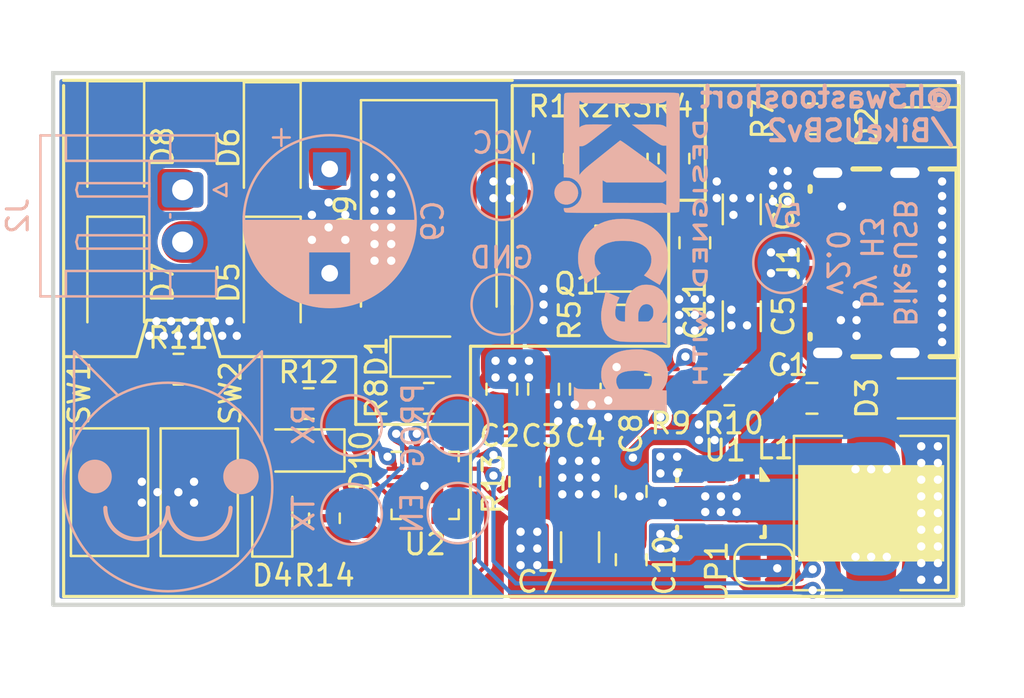
<source format=kicad_pcb>
(kicad_pcb (version 20221018) (generator pcbnew)
  (layers (0 "F.Cu" signal) (31 "B.Cu" signal) (34 "B.Paste" user) (35 "F.Paste" user) (36 "B.SilkS" user "B.Silkscreen") (37 "F.SilkS" user "F.Silkscreen") (38 "B.Mask" user) (39 "F.Mask" user) (44 "Edge.Cuts" user))
  (net 0 "")
  (net 1 "Net-(U1-VINA)")
  (net 2 "GND")
  (net 3 "VCC")
  (net 4 "+5V")
  (net 5 "Net-(D1-A)")
  (net 6 "Net-(D2-A)")
  (net 7 "Net-(D3-A)")
  (net 8 "/AC1")
  (net 9 "/AC2")
  (net 10 "Net-(J1-CC1)")
  (net 11 "Net-(J1-CC2)")
  (net 12 "Net-(JP1-B)")
  (net 13 "Net-(L1-Pad1)")
  (net 14 "Net-(L1-Pad2)")
  (net 15 "Net-(U1-FB)")
  (net 16 "/ AC_LV")
  (net 17 "Net-(U2-PB1)")
  (net 18 "Net-(U2-PB4)")
  (net 19 "Net-(U2-~{RESET}{slash}PA0)")
  (net 20 "Net-(U2-PA1)")
  (net 21 "Net-(U2-PA2)")
  (net 22 "/EN")
  (net 23 "/PG")
  (net 28 "/S1")
  (net 29 "/S2")
  (net 32 "/CCR")
  (net 34 "Net-(Q1-B)")
  (net 35 "Net-(Q1-C)")
  (net 36 "Net-(D4-A)")
  (footprint "LED_SMD:LED_0805_2012Metric_Pad1.15x1.40mm_HandSolder" (layer "F.Cu") (at 151.475 98 180)
    (fp_text reference "D3")
    (fp_text value "XL-2012UBC")
  )
  (footprint "LED_SMD:LED_0805_2012Metric_Pad1.15x1.40mm_HandSolder" (layer "F.Cu") (at 128.025 96)
    (fp_text reference "D1")
    (fp_text value "XL-2012UOC")
  )
  (footprint "Resistor_SMD:R_0805_2012Metric_Pad1.20x1.40mm_HandSolder" (layer "F.Cu") (at 139.75 86.5 -90)
    (fp_text reference "R4")
    (fp_text value "47k")
  )
  (footprint "Package_DFN_QFN:VQFN-20-1EP_3x3mm_P0.4mm_EP1.7x1.7mm" (layer "F.Cu") (at 127.825 102.175)
    (fp_text reference "U2")
    (fp_text value "ATtiny1616-M")
  )
  (footprint "Capacitor_SMD:C_0805_2012Metric_Pad1.18x1.45mm_HandSolder" (layer "F.Cu") (at 146.3625 98)
    (fp_text reference "C1")
    (fp_text value "100n")
  )
  (footprint "Button_Switch_SMD:SW_SPST_CK_RS282G05A3" (layer "F.Cu") (at 117 102.5 90)
    (fp_text reference "SW2")
    (fp_text value "1TS002E-2500-2501-CT")
  )
  (footprint "Capacitor_SMD:C_0805_2012Metric_Pad1.18x1.45mm_HandSolder" (layer "F.Cu") (at 133.5 97.5625 -90)
    (fp_text reference "C3")
    (fp_text value "4u7")
  )
  (footprint "Resistor_SMD:R_0805_2012Metric_Pad1.20x1.40mm_HandSolder" (layer "F.Cu") (at 116 96.6 180)
    (fp_text reference "R11")
    (fp_text value "47k")
  )
  (footprint "easyeda2kicad:TYPE-C-SMD_TYPE-C-31-M-16" (layer "F.Cu") (at 148.7075 91.5 90)
    (fp_text reference "J1")
    (fp_text value "TYPE-C-31-M-16")
  )
  (footprint "LED_SMD:LED_0805_2012Metric_Pad1.15x1.40mm_HandSolder" (layer "F.Cu") (at 120.5 103.725 90)
    (fp_text reference "D4")
    (fp_text value "XL-2012SURC")
  )
  (footprint "Resistor_SMD:R_0805_2012Metric_Pad1.20x1.40mm_HandSolder" (layer "F.Cu") (at 133.75 86.5 -90)
    (fp_text reference "R1")
    (fp_text value "47k")
  )
  (footprint "LED_SMD:LED_0805_2012Metric_Pad1.15x1.40mm_HandSolder" (layer "F.Cu") (at 151.475 85 180)
    (fp_text reference "D2")
    (fp_text value "XL-2012UGC")
  )
  (footprint "Resistor_SMD:R_0805_2012Metric_Pad1.20x1.40mm_HandSolder" (layer "F.Cu") (at 137.75 86.5 -90)
    (fp_text reference "R3")
    (fp_text value "47k")
  )
  (footprint "Diode_SMD:D_SOD-128" (layer "F.Cu") (at 120.5 92.45 -90)
    (fp_text reference "D5")
    (fp_text value "CMS04(TE12L,Q,M)")
  )
  (footprint "Capacitor_SMD:C_0805_2012Metric_Pad1.18x1.45mm_HandSolder" (layer "F.Cu") (at 137.7 102.4625 -90)
    (fp_text reference "C8")
    (fp_text value "100n")
  )
  (footprint "Inductor_SMD:L_7.3x7.3_H4.5" (layer "F.Cu") (at 149.2 103.5 90)
    (fp_text reference "L1")
    (fp_text value "YPRH0704-1R0M")
  )
  (footprint "Resistor_SMD:R_0805_2012Metric_Pad1.20x1.40mm_HandSolder" (layer "F.Cu") (at 135.75 86.5 -90)
    (fp_text reference "R2")
    (fp_text value "47k")
  )
  (footprint "Capacitor_SMD:C_0805_2012Metric_Pad1.18x1.45mm_HandSolder" (layer "F.Cu") (at 137.7 105.7375 90)
    (fp_text reference "C10")
    (fp_text value "100n")
  )
  (footprint "Diode_SMD:D_PowerDI-123" (layer "F.Cu") (at 121.65 100.5 180)
    (fp_text reference "D10")
    (fp_text value "~")
  )
  (footprint "Capacitor_SMD:C_1206_3216Metric_Pad1.33x1.80mm_HandSolder" (layer "F.Cu") (at 135.25 105.1375 90)
    (fp_text reference "C7")
    (fp_text value "22u")
  )
  (footprint "Diode_SMD:D_SOD-128" (layer "F.Cu") (at 113 92.45 -90)
    (fp_text reference "D7")
    (fp_text value "CMS04(TE12L,Q,M)")
  )
  (footprint "Capacitor_SMD:C_0805_2012Metric_Pad1.18x1.45mm_HandSolder" (layer "F.Cu") (at 140.75 90.5375 90)
    (fp_text reference "C11")
    (fp_text value "100n")
  )
  (footprint "Resistor_SMD:R_0805_2012Metric_Pad1.20x1.40mm_HandSolder" (layer "F.Cu") (at 142.4 97.6)
    (fp_text reference "R10")
    (fp_text value "47k")
  )
  (footprint "Resistor_SMD:R_0805_2012Metric_Pad1.20x1.40mm_HandSolder" (layer "F.Cu") (at 128 98)
    (fp_text reference "R8")
    (fp_text value "4k7")
  )
  (footprint "Diode_SMD:D_SOD-128" (layer "F.Cu") (at 113 85.95 -90)
    (fp_text reference "D8")
    (fp_text value "CMS04(TE12L,Q,M)")
  )
  (footprint "Resistor_SMD:R_0805_2012Metric_Pad1.20x1.40mm_HandSolder" (layer "F.Cu") (at 132.6 102 -90)
    (fp_text reference "R13")
    (fp_text value "4k7")
  )
  (footprint "Diode_SMD:D_SMB-SMC_Universal_Handsoldering" (layer "F.Cu") (at 128 89.2 -90)
    (fp_text reference "D9")
    (fp_text value "1SMB5919BT3G")
  )
  (footprint "Resistor_SMD:R_0805_2012Metric_Pad1.20x1.40mm_HandSolder" (layer "F.Cu") (at 123 103.75 -90)
    (fp_text reference "R14")
    (fp_text value "4k7")
  )
  (footprint "Button_Switch_SMD:SW_SPST_CK_RS282G05A3" (layer "F.Cu") (at 112.7 102.5 90)
    (fp_text reference "SW1")
    (fp_text value "1TS002E-2500-2501-CT")
  )
  (footprint "Resistor_SMD:R_0805_2012Metric_Pad1.20x1.40mm_HandSolder" (layer "F.Cu") (at 137.25 94.25)
    (fp_text reference "R5")
    (fp_text value "47k")
  )
  (footprint "Resistor_SMD:R_0805_2012Metric_Pad1.20x1.40mm_HandSolder" (layer "F.Cu") (at 138.6 97.6)
    (fp_text reference "R9")
    (fp_text value "4k7")
  )
  (footprint "easyeda2kicad:VSON-14_L4.0-W3.0-P0.50-BL-EP_TI_DSJ" (layer "F.Cu") (at 142 103.05 180)
    (fp_text reference "U1")
    (fp_text value "TPS63020DSJR")
  )
  (footprint "Capacitor_SMD:C_0805_2012Metric_Pad1.18x1.45mm_HandSolder" (layer "F.Cu") (at 131.5 97.5625 -90)
    (fp_text reference "C2")
    (fp_text value "4u7")
  )
  (footprint "Package_TO_SOT_SMD:SOT-23_Handsoldering" (layer "F.Cu") (at 136.75 91.3 180)
    (fp_text reference "Q1")
    (fp_text value "MMBT3906")
  )
  (footprint "Capacitor_SMD:C_1206_3216Metric_Pad1.33x1.80mm_HandSolder" (layer "F.Cu") (at 143 88.9375 90)
    (fp_text reference "C6")
    (fp_text value "22u")
  )
  (footprint "Capacitor_SMD:C_1206_3216Metric_Pad1.33x1.80mm_HandSolder" (layer "F.Cu") (at 143 94.0625 -90)
    (fp_text reference "C5")
    (fp_text value "22u")
  )
  (footprint "Resistor_SMD:R_0805_2012Metric_Pad1.20x1.40mm_HandSolder" (layer "F.Cu") (at 122.25 98.25 180)
    (fp_text reference "R12")
    (fp_text value "4k7")
  )
  (footprint "Diode_SMD:D_SOD-128" (layer "F.Cu") (at 120.5 86 -90)
    (fp_text reference "D6")
    (fp_text value "CMS04(TE12L,Q,M)")
  )
  (footprint "Resistor_SMD:R_0805_2012Metric_Pad1.20x1.40mm_HandSolder" (layer "F.Cu") (at 146.4 84.6 180)
    (fp_text reference "R7")
    (fp_text value "4k7")
  )
  (footprint "Jumper:SolderJumper-2_P1.3mm_Bridged_RoundedPad1.0x1.5mm" (layer "F.Cu") (at 144.05 106 180)
    (fp_text reference "JP1")
    (fp_text value "SolderJumper_2_Bridged")
  )
  (footprint "Capacitor_SMD:C_0805_2012Metric_Pad1.18x1.45mm_HandSolder" (layer "F.Cu") (at 135.5 97.5625 -90)
    (fp_text reference "C4")
    (fp_text value "4u7")
  )
  (footprint "TestPoint:TestPoint_Pad_D2.5mm" (layer "B.Cu") (at 124.3 103.55 -90)
    (fp_text reference "TP4" hide)
    (fp_text value "TX")
  )
  (footprint "TestPoint:TestPoint_Pad_D2.5mm" (layer "B.Cu") (at 145 91.5 180)
    (fp_text reference "TP6" hide)
    (fp_text value "5V")
  )
  (footprint "TestPoint:TestPoint_Pad_D2.5mm" (layer "B.Cu") (at 131.5 88 180)
    (fp_text reference "TP3" hide)
    (fp_text value "VCC")
  )
  (footprint "TestPoint:TestPoint_Pad_D2.5mm" (layer "B.Cu") (at 131.5 93.5 180)
    (fp_text reference "TP2" hide)
    (fp_text value "GND")
  )
  (footprint "TestPoint:TestPoint_Pad_D2.5mm" (layer "B.Cu") (at 124.3 99.3 -90)
    (fp_text reference "TP5" hide)
    (fp_text value "RX")
  )
  (footprint "Symbol:KiCad-Logo2_6mm_SilkScreen" (layer "B.Cu") (at 137 91 -90)
    (fp_text reference "REF**" hide)
    (fp_text value "KiCad-Logo2_6mm_SilkScreen" hide)
  )
  (footprint "TestPoint:TestPoint_Pad_D2.5mm" (layer "B.Cu") (at 129.4 103.5 90)
    (fp_text reference "TP7" hide)
    (fp_text value "EN")
  )
  (footprint "Capacitor_THT:CP_Radial_D8.0mm_P5.00mm" (layer "B.Cu") (at 123.25 87 -90)
    (fp_text reference "C9")
    (fp_text value "1F")
  )
  (footprint "Connector_JST:JST_EH_S2B-EH_1x02_P2.50mm_Horizontal" (layer "B.Cu") (at 116.2 88 -90)
    (fp_text reference "J2")
    (fp_text value "JST S2B-EH(LF)(SN)")
  )
  (footprint "TestPoint:TestPoint_Pad_D2.5mm" (layer "B.Cu") (at 129.4 99.3 -90)
    (fp_text reference "TP1" hide)
    (fp_text value "PROG")
  )
  (footprint "H3_Other:PCBcat" (layer "B.Cu") (at 115.5 102.25 180)
    (fp_text reference "CAT**" hide)
    (fp_text value "PCBcat" hide)
  )
  (gr_line (start 117.5 94.25) (end 118 96) (stroke (width 0.15)) (layer "F.SilkS"))
  (gr_line (start 132 95.5) (end 132 83) (stroke (width 0.15)) (layer "F.SilkS"))
  (gr_line (start 124.5 99.25) (end 124.5 96) (stroke (width 0.15)) (layer "F.SilkS"))
  (gr_line (start 110.5 107.5) (end 110.5 96) (stroke (width 0.15)) (layer "F.SilkS"))
  (gr_line (start 139.5 95.5) (end 130 95.5) (stroke (width 0.15)) (layer "F.SilkS"))
  (gr_line (start 130 99.25) (end 124.5 99.25) (stroke (width 0.15)) (layer "F.SilkS"))
  (gr_line (start 114.5 94.25) (end 117.5 94.25) (stroke (width 0.15)) (layer "F.SilkS"))
  (gr_line (start 153.4 83) (end 141 83) (stroke (width 0.15)) (layer "F.SilkS"))
  (gr_line (start 118 96) (end 124.5 96) (stroke (width 0.15)) (layer "F.SilkS"))
  (gr_line (start 139.5 88.5) (end 139.5 95.5) (stroke (width 0.15)) (layer "F.SilkS"))
  (gr_line (start 110.5 107.5) (end 130 107.5) (stroke (width 0.15)) (layer "F.SilkS"))
  (gr_rect (start 145.7 101.2) (end 152.7 105.8254) (fill solid) (layer "F.SilkS"))
  (gr_line (start 141.25 83) (end 141.25 88.5) (stroke (width 0.15)) (layer "F.SilkS"))
  (gr_line (start 141.25 88.5) (end 139.5 88.5) (stroke (width 0.15)) (layer "F.SilkS"))
  (gr_line (start 130 107.5) (end 130 95.5) (stroke (width 0.15)) (layer "F.SilkS"))
  (gr_line (start 110.5 83) (end 110.5 96) (stroke (width 0.15)) (layer "F.SilkS"))
  (gr_line (start 153.3 107.5) (end 153.4 83) (stroke (width 0.15)) (layer "F.SilkS"))
  (gr_line (start 132 83) (end 141 83) (stroke (width 0.15)) (layer "F.SilkS"))
  (gr_line (start 110.5 96) (end 114 96) (stroke (width 0.15)) (layer "F.SilkS"))
  (gr_line (start 132 82.75) (end 110.5 82.75) (stroke (width 0.15)) (layer "F.SilkS"))
  (gr_line (start 114 96) (end 114.5 94.25) (stroke (width 0.15)) (layer "F.SilkS"))
  (gr_line (start 132 93.5) (end 132 87.5) (stroke (width 0.15)) (layer "F.SilkS"))
  (gr_line (start 130 107.5) (end 153.3 107.5) (stroke (width 0.15)) (layer "F.SilkS"))
  (gr_rect (start 110 82.4) (end 153.6 107.9) (stroke (width 0.2)) (fill none) (layer "Edge.Cuts"))
  (gr_text "BikeUSB\nby H3\nv2.0" (at 147 91.5 270) (layer "B.SilkS") (effects (font (size 1 1)) (justify bottom mirror)))
  (gr_text "@h3wastooshort\n/BikeUSBv2" (at 153.25 85.75) (layer "B.SilkS") (effects (font (size 1 1) (thickness 0.2) bold) (justify left bottom mirror)))
  (segment (start 143.5 101.6) (end 143.5 101.2) (width 0.25) (layer "F.Cu") (net 1))
  (segment (start 145.2 99.5) (end 145.2 98.2) (width 0.25) (layer "F.Cu") (net 1))
  (segment (start 143.5 101.2) (end 145.2 99.5) (width 0.25) (layer "F.Cu") (net 1))
  (segment (start 126.1 96) (end 127 96) (width 0.25) (layer "F.Cu") (net 2))
  (segment (start 120.25 104.5) (end 120 104.75) (width 0.2) (layer "F.Cu") (net 2))
  (segment (start 125.925 94.475) (end 128 92.4) (width 2) (layer "F.Cu") (net 2))
  (segment (start 124.575 94.475) (end 126.1 96) (width 0.25) (layer "F.Cu") (net 2))
  (segment (start 124.575 94.475) (end 125.925 94.475) (width 2) (layer "F.Cu") (net 2))
  (segment (start 123.25 94.475) (end 123.25 92) (width 2) (layer "F.Cu") (net 2))
  (segment (start 124.575 94.475) (end 124.4 94.65) (width 2) (layer "F.Cu") (net 2))
  (segment (start 143 102.6) (end 143 101.6) (width 0.2) (layer "F.Cu") (net 2))
  (segment (start 126.375 102.175) (end 127.825 102.175) (width 0.2) (layer "F.Cu") (net 2))
  (segment (start 137.7 103.5) (end 137.7 104.7) (width 1.5) (layer "F.Cu") (net 2))
  (segment (start 124.4 94.65) (end 113 94.65) (width 2) (layer "F.Cu") (net 2))
  (via (at 135.2 101) (size 0.8) (drill 0.4) (layers "F.Cu" "B.Cu") (net 2))
  (via (at 125.4 87.4) (size 0.8) (drill 0.4) (layers "F.Cu" "B.Cu") (net 2))
  (via (at 142 103.45) (size 0.8) (drill 0.4) (layers "F.Cu" "B.Cu") (net 2))
  (via (at 152.4 104.3) (size 0.8) (drill 0.4) (layers "F.Cu" "B.Cu") (net 2))
  (via (at 135 98.3) (size 0.8) (drill 0.4) (layers "F.Cu" "B.Cu") (net 2))
  (via (at 116.35 94.3) (size 0.8) (drill 0.4) (layers "F.Cu" "B.Cu") (net 2))
  (via (at 152.6 89.7) (size 0.8) (drill 0.4) (layers "F.Cu" "B.Cu") (net 2))
  (via (at 115.65 94.3) (size 0.8) (drill 0.4) (layers "F.Cu" "B.Cu") (net 2))
  (via (at 148.5 93.5) (size 0.8) (drill 0.4) (layers "F.Cu" "B.Cu") (net 2))
  (via (at 152.6 91.8) (size 0.8) (drill 0.4) (layers "F.Cu" "B.Cu") (net 2))
  (via (at 151.6 105.1) (size 0.8) (drill 0.4) (layers "F.Cu" "B.Cu") (net 2))
  (via (at 126.2 90.6) (size 0.8) (drill 0.4) (layers "F.Cu" "B.Cu") (net 2))
  (via (at 134.2 98.3) (size 0.8) (drill 0.4) (layers "F.Cu" "B.Cu") (net 2))
  (via (at 125.4 90.6) (size 0.8) (drill 0.4) (layers "F.Cu" "B.Cu") (net 2))
  (via (at 152.6 89) (size 0.8) (drill 0.4) (layers "F.Cu" "B.Cu") (net 2))
  (via (at 145.2 87.8) (size 0.8) (drill 0.4) (layers "F.Cu" "B.Cu") (net 2))
  (via (at 152.6 93.2) (size 0.8) (drill 0.4) (layers "F.Cu" "B.Cu") (net 2))
  (via (at 126.2 87.4) (size 0.8) (drill 0.4) (layers "F.Cu" "B.Cu") (net 2))
  (via (at 125.4 88.2) (size 0.8) (drill 0.4) (layers "F.Cu" "B.Cu") (net 2))
  (via (at 143.4 88.4) (size 0.8) (drill 0.4) (layers "F.Cu" "B.Cu") (net 2))
  (via (at 152.4 102.7) (size 0.8) (drill 0.4) (layers "F.Cu" "B.Cu") (net 2))
  (via (at 144.5 87.8) (size 0.8) (drill 0.4) (layers "F.Cu" "B.Cu") (net 2))
  (via (at 123.2 88.6) (size 0.8) (drill 0.4) (layers "F.Cu" "B.Cu") (net 2))
  (via (at 140 94.75) (size 0.8) (drill 0.4) (layers "F.Cu" "B.Cu") (net 2))
  (via (at 116.7 95) (size 0.8) (drill 0.4) (layers "F.Cu" "B.Cu") (net 2))
  (via (at 126.2 88.2) (size 0.8) (drill 0.4) (layers "F.Cu" "B.Cu") (net 2))
  (via (at 115.3 95) (size 0.8) (drill 0.4) (layers "F.Cu" "B.Cu") (net 2))
  (via (at 147.8 88.8) (size 0.8) (drill 0.4) (layers "F.Cu" "B.Cu") (net 2))
  (via (at 145.2 87.1) (size 0.8) (drill 0.4) (layers "F.Cu" "B.Cu") (net 2))
  (via (at 140.75 94) (size 0.8) (drill 0.4) (layers "F.Cu" "B.Cu") (net 2))
  (via (at 152.4 106.7) (size 0.8) (drill 0.4) (layers "F.Cu" "B.Cu") (net 2))
  (via (at 152.6 94.6) (size 0.8) (drill 0.4) (layers "F.Cu" "B.Cu") (net 2))
  (via (at 117.05 94.3) (size 0.8) (drill 0.4) (layers "F.Cu" "B.Cu") (net 2))
  (via (at 152.6 93.9) (size 0.8) (drill 0.4) (layers "F.Cu" "B.Cu") (net 2))
  (via (at 152.6 90.4) (size 0.8) (drill 0.4) (layers "F.Cu" "B.Cu") (net 2))
  (via (at 141.8 87.6) (size 0.8) (drill 0.4) (layers "F.Cu" "B.Cu") (net 2))
  (via (at 147.75 94.25) (size 0.8) (drill 0.4) (layers "F.Cu" "B.Cu") (net 2))
  (via (at 134.4 102.6) (size 0.8) (drill 0.4) (layers "F.Cu" "B.Cu") (net 2))
  (via (at 142.6 89.2) (size 0.8) (drill 0.4) (layers "F.Cu" "B.Cu") (net 2))
  (via (at 151.6 102.7) (size 0.8) (drill 0.4) (layers "F.Cu" "B.Cu") (net 2))
  (via (at 152.4 105.1) (size 0.8) (drill 0.4) (layers "F.Cu" "B.Cu") (net 2))
  (via (at 142.75 103.45) (size 0.8) (drill 0.4) (layers "F.Cu" "B.Cu") (net 2))
  (via (at 135.8 99.1) (size 0.8) (drill 0.4) (layers "F.Cu" "B.Cu") (net 2))
  (via (at 114.95 94.3) (size 0.8) (drill 0.4) (layers "F.Cu" "B.Cu") (net 2))
  (via (at 127.8 102.2) (size 0.8) (drill 0.4) (layers "F.Cu" "B.Cu") (net 2))
  (via (at 118.45 94.3) (size 0.8) (drill 0.4) (layers "F.Cu" "B.Cu") (net 2))
  (via (at 122.4 90.4) (size 0.8) (drill 0.4) (layers "F.Cu" "B.Cu") (net 2))
  (via (at 152.6 87.6) (size 0.8) (drill 0.4) (layers "F.Cu" "B.Cu") (net 2))
  (via (at 148.5 95) (size 0.8) (drill 0.4) (layers "F.Cu" "B.Cu") (net 2))
  (via (at 152.6 95.3) (size 0.8) (drill 0.4) (layers "F.Cu" "B.Cu") (net 2))
  (via (at 140 94) (size 0.8) (drill 0.4) (layers "F.Cu" "B.Cu") (net 2))
  (via (at 116.75 103) (size 0.8) (drill 0.4) (layers "F.Cu" "B.Cu") (net 2))
  (via (at 152.4 100.3) (size 0.8) (drill 0.4) (layers "F.Cu" "B.Cu") (net 2))
  (via (at 152.6 92.5) (size 0.8) (drill 0.4) (layers "F.Cu" "B.Cu") (net 2))
  (via (at 126.2 91.4) (size 0.8) (drill 0.4) (layers "F.Cu" "B.Cu") (net 2))
  (via (at 152.4 101.1) (size 0.8) (drill 0.4) (layers "F.Cu" "B.Cu") (net 2))
  (via (at 151.6 106.7) (size 0.8) (drill 0.4) (layers "F.Cu" "B.Cu") (net 2))
  (via (at 124 90.4) (size 0.8) (drill 0.4) (layers "F.Cu" "B.Cu") (net 2))
  (via (at 142 102.7) (size 0.8) (drill 0.4) (layers "F.Cu" "B.Cu") (net 2))
  (via (at 141.25 102.7) (size 0.8) (drill 0.4) (layers "F.Cu" "B.Cu") (net 2))
  (via (at 136.6 98.9) (size 0.8) (drill 0.4) (layers "F.Cu" "B.Cu") (net 2))
  (via (at 133.5 92.75) (size 0.8) (drill 0.4) (layers "F.Cu" "B.Cu") (net 2))
  (via (at 141.8 88.4) (size 0.8) (drill 0.4) (layers "F.Cu" "B.Cu") (net 2))
  (via (at 126.2 89) (size 0.8) (drill 0.4) (layers "F.Cu" "B.Cu") (net 2))
  (via (at 136 101) (size 0.8) (drill 0.4) (layers "F.Cu" "B.Cu") (net 2))
  (via (at 137 96.5) (size 0.8) (drill 0.4) (layers "F.Cu" "B.Cu") (net 2))
  (via (at 151.6 101.9) (size 0.8) (drill 0.4) (layers "F.Cu" "B.Cu") (net 2))
  (via (at 152.4 101.9) (size 0.8) (drill 0.4) (layers "F.Cu" "B.Cu") (net 2))
  (via (at 141.25 103.45) (size 0.8) (drill 0.4) (layers "F.Cu" "B.Cu") (net 2))
  (via (at 142.5 94.5) (size 0.8) (drill 0.4) (layers "F.Cu" "B.Cu") (net 2))
  (via (at 151.6 104.3) (size 0.8) (drill 0.4) (layers "F.Cu" "B.Cu") (net 2))
  (via (at 142.75 102.7) (size 0.8) (drill 0.4) (layers "F.Cu" "B.Cu") (net 2))
  (via (at 114.6 95) (size 0.8) (drill 0.4) (layers "F.Cu" "B.Cu") (net 2))
  (via (at 148.5 94.25) (size 0.8) (drill 0.4) (layers "F.Cu" "B.Cu") (net 2))
  (via (at 133.5 94.25) (size 0.8) (drill 0.4) (layers "F.Cu" "B.Cu") (net 2))
  (via (at 136 101.8) (size 0.8) (drill 0.4) (layers "F.Cu" "B.Cu") (net 2))
  (via (at 143.25 94.5) (size 0.8) (drill 0.4) (layers "F.Cu" "B.Cu") (net 2))
  (via (at 123.2 89.8) (size 0.8) (drill 0.4) (layers "F.Cu" "B.Cu") (net 2))
  (via (at 140.75 94.75) (size 0.8) (drill 0.4) (layers "F.Cu" "B.Cu") (net 2))
  (via (at 118.8 95) (size 0.8) (drill 0.4) (layers "F.Cu" "B.Cu") (net 2))
  (via (at 125.4 89.8) (size 0.8) (drill 0.4) (layers "F.Cu" "B.Cu") (net 2))
  (via (at 141.5 93.25) (size 0.8) (drill 0.4) (layers "F.Cu" "B.Cu") (net 2))
  (via (at 151.6 105.9) (size 0.8) (drill 0.4) (layers "F.Cu" "B.Cu") (net 2))
  (via (at 151.6 101.1) (size 0.8) (drill 0.4) (layers "F.Cu" "B.Cu") (net 2))
  (via (at 140 93.25) (size 0.8) (drill 0.4) (layers "F.Cu" "B.Cu") (net 2))
  (via (at 126.2 89.8) (size 0.8) (drill 0.4) (layers "F.Cu" "B.Cu") (net 2))
  (via (at 118.1 95) (size 0.8) (drill 0.4) (layers "F.Cu" "B.Cu") (net 2))
  (via (at 145.2 88.55) (size 0.8) (drill 0.4) (layers "F.Cu" "B.Cu") (net 2))
  (via (at 122.4 89.2) (size 0.8) (drill 0.4) (layers "F.Cu" "B.Cu") (net 2))
  (via (at 114.25 102) (size 0.8) (drill 0.4) (layers "F.Cu" "B.Cu") (net 2))
  (via (at 116.75 102) (size 0.8) (drill 0.4) (layers "F.Cu" "B.Cu") (net 2))
  (via (at 135.8 98.3) (size 0.8) (drill 0.4) (layers "F.Cu" "B.Cu") (net 2))
  (via (at 139.2 103) (size 0.8) (drill 0.4) (layers "F.Cu" "B.Cu") (net 2))
  (via (at 151.6 100.3) (size 0.8) (drill 0.4) (layers "F.Cu" "B.Cu") (net 2))
  (via (at 142.6 88.4) (size 0.8) (drill 0.4) (layers "F.Cu" "B.Cu") (net 2))
  (via (at 140.75 93.25) (size 0.8) (drill 0.4) (layers "F.Cu" "B.Cu") (net 2))
  (via (at 144.5 88.55) (size 0.8) (drill 0.4) (layers "F.Cu" "B.Cu") (net 2))
  (via (at 114.25 103) (size 0.8) (drill 0.4) (layers "F.Cu" "B.Cu") (net 2))
  (via (at 117.75 94.3) (size 0.8) (drill 0.4) (layers "F.Cu" "B.Cu") (net 2))
  (via (at 151.6 103.5) (size 0.8) (drill 0.4) (layers "F.Cu" "B.Cu") (net 2))
  (via (at 142.5 93.75) (size 0.8) (drill 0.4) (layers "F.Cu" "B.Cu") (net 2))
  (via (at 144.5 87.1) (size 0.8) (drill 0.4) (layers "F.Cu" "B.Cu") (net 2))
  (via (at 135.2 102.6) (size 0.8) (drill 0.4) (layers "F.Cu" "B.Cu") (net 2))
  (via (at 134.2 99.1) (size 0.8) (drill 0.4) (layers "F.Cu" "B.Cu") (net 2))
  (via (at 115 102.5) (size 0.8) (drill 0.4) (layers "F.Cu" "B.Cu") (net 2))
  (via (at 144.7 106.1495) (size 0.8) (drill 0.4) (layers "F.Cu" "B.Cu") (net 2))
  (via (at 141.5 94.75) (size 0.8) (drill 0.4) (layers "F.Cu" "B.Cu") (net 2))
  (via (at 152.4 105.9) (size 0.8) (drill 0.4) (layers "F.Cu" "B.Cu") (net 2))
  (via (at 125.4 89) (size 0.8) (drill 0.4) (layers "F.Cu" "B.Cu") (net 2))
  (via (at 133.5 93.5) (size 0.8) (drill 0.4) (layers "F.Cu" "B.Cu") (net 2))
  (via (at 134.4 101) (size 0.8) (drill 0.4) (layers "F.Cu" "B.Cu") (net 2))
  (via (at 124 89.2) (size 0.8) (drill 0.4) (layers "F.Cu" "B.Cu") (net 2))
  (via (at 137.3 102.7) (size 0.8) (drill 0.4) (layers "F.Cu" "B.Cu") (net 2))
  (via (at 152.6 91.1) (size 0.8) (drill 0.4) (layers "F.Cu" "B.Cu") (net 2))
  (via (at 152.4 103.5) (size 0.8) (drill 0.4) (layers "F.Cu" "B.Cu") (net 2))
  (via (at 134.4 101.8) (size 0.8) (drill 0.4) (layers "F.Cu" "B.Cu") (net 2))
  (via (at 125.4 91.4) (size 0.8) (drill 0.4) (layers "F.Cu" "B.Cu") (net 2))
  (via (at 138.1 102.7) (size 0.8) (drill 0.4) (layers "F.Cu" "B.Cu") (net 2))
  (via (at 116 95) (size 0.8) (drill 0.4) (layers "F.Cu" "B.Cu") (net 2))
  (via (at 116 102.5) (size 0.8) (drill 0.4) (layers "F.Cu" "B.Cu") (net 2))
  (via (at 141.5 94) (size 0.8) (drill 0.4) (layers "F.Cu" "B.Cu") (net 2))
  (via (at 135.2 101.8) (size 0.8) (drill 0.4) (layers "F.Cu" "B.Cu") (net 2))
  (via (at 136 102.6) (size 0.8) (drill 0.4) (layers "F.Cu" "B.Cu") (net 2))
  (via (at 136.6 98.1) (size 0.8) (drill 0.4) (layers "F.Cu" "B.Cu") (net 2))
  (via (at 117.4 95) (size 0.8) (drill 0.4) (layers "F.Cu" "B.Cu") (net 2))
  (via (at 135 99.1) (size 0.8) (drill 0.4) (layers "F.Cu" "B.Cu") (net 2))
  (via (at 152.6 88.3) (size 0.8) (drill 0.4) (layers "F.Cu" "B.Cu") (net 2))
  (segment (start 131.5 86.7) (end 131.5 96.525) (width 2) (layer "F.Cu") (net 3))
  (segment (start 131.775 96.8) (end 135.4 96.8) (width 1.5) (layer "F.Cu") (net 3))
  (segment (start 129.9 98) (end 131.7 96.2) (width 0.5) (layer "F.Cu") (net 3))
  (segment (start 113.05 83.8) (end 125.8 83.8) (width 2) (layer "F.Cu") (net 3))
  (segment (start 125.327 99.573) (end 125.9 99) (width 0.2) (layer "F.Cu") (net 3))
  (segment (start 125.975 102.575) (end 125.327 101.927) (width 0.2) (layer "F.Cu") (net 3))
  (segment (start 128 99) (end 129 98) (width 0.2) (layer "F.Cu") (net 3))
  (segment (start 123.25 85) (end 123.25 87) (width 2) (layer "F.Cu") (net 3))
  (segment (start 125.327 101.927) (end 125.327 99.573) (width 0.2) (layer "F.Cu") (net 3))
  (segment (start 130.8 86) (end 131.5 86.7) (width 2) (layer "F.Cu") (net 3))
  (segment (start 125.8 83.8) (end 128 86) (width 2) (layer "F.Cu") (net 3))
  (segment (start 125.9 99) (end 128 99) (width 0.2) (layer "F.Cu") (net 3))
  (segment (start 131.7 96.2) (end 132 96.2) (width 0.5) (layer "F.Cu") (net 3))
  (segment (start 126.375 102.575) (end 125.975 102.575) (width 0.2) (layer "F.Cu") (net 3))
  (segment (start 129 98) (end 129.9 98) (width 0.5) (layer "F.Cu") (net 3))
  (segment (start 128 86) (end 130.8 86) (width 2) (layer "F.Cu") (net 3))
  (via (at 132.8 96.2) (size 0.8) (drill 0.4) (layers "F.Cu" "B.Cu") (net 3))
  (via (at 132.4 104.4) (size 0.8) (drill 0.4) (layers "F.Cu" "B.Cu") (net 3))
  (via (at 132.4 106) (size 0.8) (drill 0.4) (layers "F.Cu" "B.Cu") (net 3))
  (via (at 132 97) (size 0.8) (drill 0.4) (layers "F.Cu" "B.Cu") (net 3))
  (via (at 132.4 105.2) (size 0.8) (drill 0.4) (layers "F.Cu" "B.Cu") (net 3))
  (via (at 131.2 96.2) (size 0.8) (drill 0.4) (layers "F.Cu" "B.Cu") (net 3))
  (via (at 132 96.2) (size 0.8) (drill 0.4) (layers "F.Cu" "B.Cu") (net 3))
  (via (at 131.1 88.4) (size 0.8) (drill 0.4) (layers "F.Cu" "B.Cu") (net 3))
  (via (at 133.2 104.4) (size 0.8) (drill 0.4) (layers "F.Cu" "B.Cu") (net 3))
  (via (at 131.9 88.4) (size 0.8) (drill 0.4) (layers "F.Cu" "B.Cu") (net 3))
  (via (at 133.2 105.2) (size 0.8) (drill 0.4) (layers "F.Cu" "B.Cu") (net 3))
  (via (at 131.1 87.6) (size 0.8) (drill 0.4) (layers "F.Cu" "B.Cu") (net 3))
  (via (at 131.9 87.6) (size 0.8) (drill 0.4) (layers "F.Cu" "B.Cu") (net 3))
  (via (at 131.2 97) (size 0.8) (drill 0.4) (layers "F.Cu" "B.Cu") (net 3))
  (via (at 132.8 97) (size 0.8) (drill 0.4) (layers "F.Cu" "B.Cu") (net 3))
  (via (at 133.2 106) (size 0.8) (drill 0.4) (layers "F.Cu" "B.Cu") (net 3))
  (segment (start 132.7 96.9) (end 132.7 105.5) (width 1.8) (layer "B.Cu") (net 3))
  (segment (start 132.4 96.6) (end 132.7 96.9) (width 1.8) (layer "B.Cu") (net 3))
  (segment (start 149.45 91.35) (end 147.78 93.02) (width 0.25) (layer "F.Cu") (net 4))
  (segment (start 143.6 97.6) (end 144.7 96.5) (width 0.25) (layer "F.Cu") (net 4))
  (segment (start 146.425 83.575) (end 150.6201 83.575) (width 0.25) (layer "F.Cu") (net 4))
  (segment (start 135.25 88) (end 135.25 88.75) (width 0.8) (layer "F.Cu") (net 4))
  (segment (start 143 92.5) (end 143 91.5) (width 1) (layer "F.Cu") (net 4))
  (segment (start 134.75 87.5) (end 135.25 88) (width 0.8) (layer "F.Cu") (net 4))
  (segment (start 135.75 87.25) (end 135.75 87.5) (width 0.2) (layer "F.Cu") (net 4))
  (segment (start 143.52 93.02) (end 146.6075 93.02) (width 0.8) (layer "F.Cu") (net 4))
  (segment (start 140.475 91.3) (end 140.75 91.575) (width 0.5) (layer "F.Cu") (net 4))
  (segment (start 143 91.5) (end 143 90.5) (width 1) (layer "F.Cu") (net 4))
  (segment (start 142.925 91.575) (end 140.75 91.575) (width 1) (layer "F.Cu") (net 4))
  (segment (start 137.782088 100.540874) (end 138.574545 99.748417) (width 0.5) (layer "F.Cu") (net 4))
  (segment (start 143.52 89.98) (end 143 90.5) (width 0.8) (layer "F.Cu") (net 4))
  (segment (start 135.25 88.75) (end 135.25 91.3) (width 0.8) (layer "F.Cu") (net 4))
  (segment (start 134.75 87.5) (end 133.75 87.5) (width 0.8) (layer "F.Cu") (net 4))
  (segment (start 134.05 88) (end 133.75 87.7) (width 0.25) (layer "F.Cu") (net 4))
  (segment (start 151.35 84.3049) (end 151.35 85.805) (width 0.25) (layer "F.Cu") (net 4))
  (segment (start 135.25 91.3) (end 140.475 91.3) (width 0.5) (layer "F.Cu") (net 4))
  (segment (start 151.35 85.805) (end 150.955 86.2) (width 0.25) (layer "F.Cu") (net 4))
  (segment (start 149.8 86.2) (end 149.45 86.55) (width 0.25) (layer "F.Cu") (net 4))
  (segment (start 143 92.5) (end 143.52 93.02) (width 0.8) (layer "F.Cu") (net 4))
  (segment (start 140.851583 99.748417) (end 141 99.6) (width 0.5) (layer "F.Cu") (net 4))
  (segment (start 146.6075 89.98) (end 143.52 89.98) (width 0.8) (layer "F.Cu") (net 4))
  (segment (start 145.4 84.6) (end 146.425 83.575) (width 0.25) (layer "F.Cu") (net 4))
  (segment (start 143 91.5) (end 142.925 91.575) (width 1) (layer "F.Cu") (net 4))
  (segment (start 150.6201 83.575) (end 151.35 84.3049) (width 0.25) (layer "F.Cu") (net 4))
  (segment (start 137.782088 100.844098) (end 137.782088 100.540874) (width 0.5) (layer "F.Cu") (net 4))
  (segment (start 144.7 96.5) (end 145.1 96.5) (width 0.25) (layer "F.Cu") (net 4))
  (segment (start 147.78 93.02) (end 146.6075 93.02) (width 0.25) (layer "F.Cu") (net 4))
  (segment (start 150.955 86.2) (end 149.8 86.2) (width 0.25) (layer "F.Cu") (net 4))
  (segment (start 149.45 86.55) (end 149.45 91.35) (width 0.25) (layer "F.Cu") (net 4))
  (segment (start 135.75 87.5) (end 134.75 87.5) (width 0.8) (layer "F.Cu") (net 4))
  (segment (start 138.574545 99.748417) (end 140.851583 99.748417) (width 0.5) (layer "F.Cu") (net 4))
  (via (at 145.1 96.5) (size 0.8) (drill 0.4) (layers "F.Cu" "B.Cu") (net 4))
  (via (at 144.4 91) (size 0.8) (drill 0.4) (layers "F.Cu" "B.Cu") (net 4))
  (via (at 141.7 99.25) (size 0.8) (drill 0.4) (layers "F.Cu" "B.Cu") (net 4))
  (via (at 141.7 100) (size 0.8) (drill 0.4) (layers "F.Cu" "B.Cu") (net 4))
  (via (at 145.4 91) (size 0.8) (drill 0.4) (layers "F.Cu" "B.Cu") (net 4))
  (via (at 137.782088 100.844098) (size 0.8) (drill 0.4) (layers "F.Cu" "B.Cu") (net 4))
  (via (at 144.4 92) (size 0.8) (drill 0.4) (layers "F.Cu" "B.Cu") (net 4))
  (via (at 140.95 100) (size 0.8) (drill 0.4) (layers "F.Cu" "B.Cu") (net 4))
  (via (at 140.95 99.25) (size 0.8) (drill 0.4) (layers "F.Cu" "B.Cu") (net 4))
  (via (at 145.4 92) (size 0.8) (drill 0.4) (layers "F.Cu" "B.Cu") (net 4))
  (segment (start 137.782088 100.617912) (end 138.651583 99.748417) (width 0.5) (layer "B.Cu") (net 4))
  (segment (start 138.651583 99.748417) (end 140.851583 99.748417) (width 0.5) (layer "B.Cu") (net 4))
  (segment (start 141.45 99.6) (end 144.65 96.4) (width 2) (layer "B.Cu") (net 4))
  (segment (start 140.851583 99.748417) (end 141 99.6) (width 0.5) (layer "B.Cu") (net 4))
  (segment (start 144.9175 96.2825) (end 144.9175 91.5825) (width 2) (layer "B.Cu") (net 4))
  (segment (start 144.65 96.4) (end 144.8 96.4) (width 2) (layer "B.Cu") (net 4))
  (segment (start 144.8 96.4) (end 144.9175 96.2825) (width 2) (layer "B.Cu") (net 4))
  (segment (start 137.782088 100.844098) (end 137.782088 100.617912) (width 0.5) (layer "B.Cu") (net 4))
  (segment (start 127.05 98) (end 129.05 96) (width 0.25) (layer "F.Cu") (net 5))
  (segment (start 147.4 84.6) (end 150.05 84.6) (width 0.25) (layer "F.Cu") (net 6))
  (segment (start 140.9 96.6) (end 143.9 96.6) (width 0.127) (layer "F.Cu") (net 7))
  (segment (start 138.9 98.8) (end 139 98.8) (width 0.127) (layer "F.Cu") (net 7))
  (segment (start 145.338331 95.8) (end 146.438331 96.9) (width 0.127) (layer "F.Cu") (net 7))
  (segment (start 146.438331 96.9) (end 149.35 96.9) (width 0.127) (layer "F.Cu") (net 7))
  (segment (start 143.9 96.6) (end 144.7 95.8) (width 0.127) (layer "F.Cu") (net 7))
  (segment (start 144.7 95.8) (end 145.338331 95.8) (width 0.127) (layer "F.Cu") (net 7))
  (segment (start 137.392 100.308) (end 138.9 98.8) (width 0.127) (layer "F.Cu") (net 7))
  (segment (start 132.6 101) (end 133.292 100.308) (width 0.127) (layer "F.Cu") (net 7))
  (segment (start 140.3 96) (end 140.9 96.6) (width 0.127) (layer "F.Cu") (net 7))
  (segment (start 149.35 96.9) (end 150.45 98) (width 0.127) (layer "F.Cu") (net 7))
  (segment (start 133.292 100.308) (end 137.392 100.308) (width 0.127) (layer "F.Cu") (net 7))
  (segment (start 139 98.8) (end 139.098417 98.898417) (width 0.127) (layer "F.Cu") (net 7))
  (via (at 140.3 96) (size 0.8) (drill 0.4) (layers "F.Cu" "B.Cu") (net 7))
  (via (at 139.098417 98.898417) (size 0.8) (drill 0.4) (layers "F.Cu" "B.Cu") (net 7))
  (segment (start 139.098417 97.201583) (end 140.3 96) (width 0.127) (layer "B.Cu") (net 7))
  (segment (start 139.098417 98.898417) (end 139.098417 97.201583) (width 0.127) (layer "B.Cu") (net 7))
  (segment (start 116.2 90.5) (end 120.25 90.5) (width 2) (layer "F.Cu") (net 8))
  (segment (start 120.5 90.25) (end 120.5 88.22) (width 2) (layer "F.Cu") (net 8))
  (segment (start 120.25 90.5) (end 120.5 90.25) (width 2) (layer "F.Cu") (net 8))
  (segment (start 115 96.6) (end 112.6 96.6) (width 0.25) (layer "F.Cu") (net 9))
  (segment (start 111.25 93.5) (end 113 91.75) (width 0.25) (layer "F.Cu") (net 9))
  (segment (start 113 88.15) (end 113 90.25) (width 2) (layer "F.Cu") (net 9))
  (segment (start 113 91.75) (end 113 90.25) (width 0.25) (layer "F.Cu") (net 9))
  (segment (start 112.6 96.6) (end 111.25 95.25) (width 0.25) (layer "F.Cu") (net 9))
  (segment (start 113.15 88) (end 113 88.15) (width 2) (layer "F.Cu") (net 9))
  (segment (start 116.2 88) (end 113.15 88) (width 2) (layer "F.Cu") (net 9))
  (segment (start 111.25 95.25) (end 111.25 93.5) (width 0.25) (layer "F.Cu") (net 9))
  (segment (start 137.8 84.4) (end 134.9 84.4) (width 0.25) (layer "F.Cu") (net 10))
  (segment (start 149 86.2) (end 148.55 85.75) (width 0.25) (layer "F.Cu") (net 10))
  (segment (start 141.95 85.75) (end 140.6 84.4) (width 0.25) (layer "F.Cu") (net 10))
  (segment (start 140.6 84.4) (end 137.8 84.4) (width 0.25) (layer "F.Cu") (net 10))
  (segment (start 137.75 84.45) (end 137.75 85.5) (width 0.25) (layer "F.Cu") (net 10))
  (segment (start 148 92) (end 149 91) (width 0.25) (layer "F.Cu") (net 10))
  (segment (start 134.9 84.4) (end 133.8 85.5) (width 0.25) (layer "F.Cu") (net 10))
  (segment (start 149 91) (end 149 86.2) (width 0.25) (layer "F.Cu") (net 10))
  (segment (start 133.8 85.5) (end 133.75 85.5) (width 0.25) (layer "F.Cu") (net 10))
  (segment (start 146.6075 92) (end 148 92) (width 0.25) (layer "F.Cu") (net 10))
  (segment (start 148.55 85.75) (end 141.95 85.75) (width 0.25) (layer "F.Cu") (net 10))
  (segment (start 137.8 84.4) (end 137.75 84.45) (width 0.25) (layer "F.Cu") (net 10))
  (segment (start 148.55 89.95) (end 147.5 91) (width 0.25) (layer "F.Cu") (net 11))
  (segment (start 148.2 86.2) (end 148.55 86.55) (width 0.25) (layer "F.Cu") (net 11))
  (segment (start 136.75 86.5) (end 135.75 85.5) (width 0.25) (layer "F.Cu") (net 11))
  (segment (start 147.5 91) (end 146.6075 91) (width 0.25) (layer "F.Cu") (net 11))
  (segment (start 140.45 86.2) (end 148.2 86.2) (width 0.25) (layer "F.Cu") (net 11))
  (segment (start 148.55 86.55) (end 148.55 89.95) (width 0.25) (layer "F.Cu") (net 11))
  (segment (start 140.15 86.5) (end 136.75 86.5) (width 0.25) (layer "F.Cu") (net 11))
  (segment (start 140.45 86.2) (end 140.15 86.5) (width 0.25) (layer "F.Cu") (net 11))
  (segment (start 139.75 85.5) (end 140.45 86.2) (width 0.25) (layer "F.Cu") (net 11))
  (segment (start 143 105.8) (end 143 104.5) (width 0.2) (layer "F.Cu") (net 12))
  (via (at 149.2 105.6) (size 0.8) (drill 0.4) (layers "F.Cu" "B.Cu") (net 13))
  (via (at 139.8 104.5) (size 0.8) (drill 0.4) (layers "F.Cu" "B.Cu") (net 13))
  (via (at 139.1 104.5) (size 0.8) (drill 0.4) (layers "F.Cu" "B.Cu") (net 13))
  (via (at 148.45 105.6) (size 0.8) (drill 0.4) (layers "F.Cu" "B.Cu") (net 13))
  (via (at 149.95 105.6) (size 0.8) (drill 0.4) (layers "F.Cu" "B.Cu") (net 13))
  (via (at 139.1 105.2) (size 0.8) (drill 0.4) (layers "F.Cu" "B.Cu") (net 13))
  (via (at 139.8 105.2) (size 0.8) (drill 0.4) (layers "F.Cu" "B.Cu") (net 13))
  (segment (start 139.4 104.8) (end 147.9 104.8) (width 1.5) (layer "B.Cu") (net 13))
  (segment (start 147.9 104.8) (end 148.2 105.1) (width 1.5) (layer "B.Cu") (net 13))
  (segment (start 139.35 101.6) (end 139.25 101.5) (width 0.2) (layer "F.Cu") (net 14))
  (via (at 139.1 100.8) (size 0.8) (drill 0.4) (layers "F.Cu" "B.Cu") (net 14))
  (via (at 148.45 101.4) (size 0.8) (drill 0.4) (layers "F.Cu" "B.Cu") (net 14))
  (via (at 149.2 101.4) (size 0.8) (drill 0.4) (layers "F.Cu" "B.Cu") (net 14))
  (via (at 139.9 101.6) (size 0.8) (drill 0.4) (layers "F.Cu" "B.Cu") (net 14))
  (via (at 139.1 101.6) (size 0.8) (drill 0.4) (layers "F.Cu" "B.Cu") (net 14))
  (via (at 139.9 100.8) (size 0.8) (drill 0.4) (layers "F.Cu" "B.Cu") (net 14))
  (via (at 149.95 101.4) (size 0.8) (drill 0.4) (layers "F.Cu" "B.Cu") (net 14))
  (segment (start 143 100.9) (end 149.2 100.9) (width 1.5) (layer "B.Cu") (net 14))
  (segment (start 139.65 101.35) (end 139.5 101.5) (width 1) (layer "B.Cu") (net 14))
  (segment (start 142.9 100.8) (end 142.348 101.352) (width 1.25) (layer "B.Cu") (net 14))
  (segment (start 142.348 101.352) (end 139.652 101.352) (width 1.25) (layer "B.Cu") (net 14))
  (segment (start 139.652 101.352) (end 139.65 101.35) (width 1.25) (layer "B.Cu") (net 14))
  (segment (start 142.5 101.6) (end 142.5 98.7) (width 0.25) (layer "F.Cu") (net 15))
  (segment (start 141.4 97.6) (end 139.6 97.6) (width 1.2) (layer "F.Cu") (net 15))
  (segment (start 142.5 98.7) (end 141.4 97.6) (width 0.25) (layer "F.Cu") (net 15))
  (segment (start 127.825 104.12136) (end 127.825 103.625) (width 0.2) (layer "F.Cu") (net 16))
  (segment (start 127.44636 104.5) (end 127.825 104.12136) (width 0.2) (layer "F.Cu") (net 16))
  (segment (start 121.25 97.25) (end 121.25 98.25) (width 0.2) (layer "F.Cu") (net 16))
  (segment (start 122.5 100.5) (end 123.75 100.5) (width 0.2) (layer "F.Cu") (net 16))
  (segment (start 126.25 104.5) (end 127.44636 104.5) (width 0.2) (layer "F.Cu") (net 16))
  (segment (start 124.75 101.5) (end 124.75 103) (width 0.2) (layer "F.Cu") (net 16))
  (segment (start 121.25 98.25) (end 121.25 99.25) (width 1) (layer "F.Cu") (net 16))
  (segment (start 124.75 103) (end 126.25 104.5) (width 0.2) (layer "F.Cu") (net 16))
  (segment (start 123.75 100.5) (end 124.75 101.5) (width 0.2) (layer "F.Cu") (net 16))
  (segment (start 121.25 99.25) (end 122.5 100.5) (width 1) (layer "F.Cu") (net 16))
  (segment (start 117 96.6) (end 120.6 96.6) (width 0.2) (layer "F.Cu") (net 16))
  (segment (start 120.6 96.6) (end 121.25 97.25) (width 0.2) (layer "F.Cu") (net 16))
  (segment (start 130.581224 102.175) (end 131.406224 103) (width 0.2) (layer "F.Cu") (net 17))
  (segment (start 131.406224 103) (end 132.6 103) (width 0.2) (layer "F.Cu") (net 17))
  (segment (start 129.275 102.175) (end 130.581224 102.175) (width 0.2) (layer "F.Cu") (net 17))
  (segment (start 128.25 105) (end 128.625 104.625) (width 0.2) (layer "F.Cu") (net 18))
  (segment (start 128.625 104.625) (end 128.625 103.625) (width 0.2) (layer "F.Cu") (net 18))
  (segment (start 123 104.75) (end 123.25 105) (width 0.2) (layer "F.Cu") (net 18))
  (segment (start 123.25 105) (end 128.25 105) (width 0.2) (layer "F.Cu") (net 18))
  (segment (start 127.426936 99.6995) (end 127.425 99.701436) (width 0.2) (layer "F.Cu") (net 19))
  (segment (start 127.425 99.701436) (end 127.425 100.725) (width 0.2) (layer "F.Cu") (net 19))
  (via (at 127.426936 99.6995) (size 0.8) (drill 0.4) (layers "F.Cu" "B.Cu") (net 19))
  (segment (start 127.426936 99.6995) (end 129.0005 99.6995) (width 0.2) (layer "B.Cu") (net 19))
  (segment (start 126.438193 99.938193) (end 127.025 100.525) (width 0.2) (layer "F.Cu") (net 20))
  (segment (start 126.438193 99.6995) (end 126.438193 99.938193) (width 0.2) (layer "F.Cu") (net 20))
  (via (at 126.438193 99.6995) (size 0.8) (drill 0.4) (layers "F.Cu" "B.Cu") (net 20))
  (segment (start 126.438193 99.6995) (end 126.7265 99.987807) (width 0.2) (layer "B.Cu") (net 20))
  (segment (start 126.7265 99.987807) (end 126.7265 101.2735) (width 0.2) (layer "B.Cu") (net 20))
  (segment (start 125.25 102.75) (end 125.25 103.75) (width 0.2) (layer "B.Cu") (net 20))
  (segment (start 126.7265 101.2735) (end 125.25 102.75) (width 0.2) (layer "B.Cu") (net 20))
  (segment (start 126.375 101.1485) (end 126.375 101.375) (width 0.2) (layer "F.Cu") (net 21))
  (segment (start 126.0265 100.8) (end 126.375 101.1485) (width 0.2) (layer "F.Cu") (net 21))
  (via (at 126.0265 100.8) (size 0.8) (drill 0.4) (layers "F.Cu" "B.Cu") (net 21))
  (segment (start 126.0265 100.8) (end 124.5265 99.3) (width 0.2) (layer "B.Cu") (net 21))
  (segment (start 146.4 107.2) (end 146.3 107.1) (width 0.2) (layer "F.Cu") (net 22))
  (segment (start 128.625 100.725) (end 131.0925 100.725) (width 0.2) (layer "F.Cu") (net 22))
  (segment (start 143.108207 107.1) (end 142.5 106.491793) (width 0.2) (layer "F.Cu") (net 22))
  (segment (start 131.0925 100.725) (end 131.1005 100.717) (width 0.2) (layer "F.Cu") (net 22))
  (segment (start 146.3 107.1) (end 143.108207 107.1) (width 0.2) (layer "F.Cu") (net 22))
  (segment (start 142.5 106.491793) (end 142.5 104.5) (width 0.2) (layer "F.Cu") (net 22))
  (via (at 131.1005 100.717) (size 0.8) (drill 0.4) (layers "F.Cu" "B.Cu") (net 22))
  (via (at 146.4 107.2) (size 0.8) (drill 0.4) (layers "F.Cu" "B.Cu") (net 22))
  (segment (start 146.4 107.2) (end 146.3 107.3) (width 0.2) (layer "B.Cu") (net 22))
  (segment (start 130.400934 101.099066) (end 130.783 100.717) (width 0.2) (layer "B.Cu") (net 22))
  (segment (start 130.783 100.717) (end 131.1005 100.717) (width 0.2) (layer "B.Cu") (net 22))
  (segment (start 130.400934 105.800934) (end 130.400934 101.099066) (width 0.2) (layer "B.Cu") (net 22))
  (segment (start 146.3 107.3) (end 131.9 107.3) (width 0.2) (layer "B.Cu") (net 22))
  (segment (start 131.9 107.3) (end 130.400934 105.800934) (width 0.2) (layer "B.Cu") (net 22))
  (segment (start 130.770468 101.375) (end 129.275 101.375) (width 0.2) (layer "F.Cu") (net 23))
  (segment (start 145.223 105.023) (end 144.023 105.023) (width 0.2) (layer "F.Cu") (net 23))
  (segment (start 131.100934 101.705466) (end 130.770468 101.375) (width 0.2) (layer "F.Cu") (net 23))
  (segment (start 144.023 105.023) (end 143.5 104.5) (width 0.2) (layer "F.Cu") (net 23))
  (segment (start 146.4 106.2) (end 145.223 105.023) (width 0.2) (layer "F.Cu") (net 23))
  (via (at 146.4 106.2) (size 0.8) (drill 0.4) (layers "F.Cu" "B.Cu") (net 23))
  (via (at 131.100934 101.705466) (size 0.8) (drill 0.4) (layers "F.Cu" "B.Cu") (net 23))
  (segment (start 132.173 106.873) (end 131.100934 105.800934) (width 0.2) (layer "B.Cu") (net 23))
  (segment (start 146.21005 106.2) (end 145.53705 106.873) (width 0.2) (layer "B.Cu") (net 23))
  (segment (start 145.53705 106.873) (end 132.173 106.873) (width 0.2) (layer "B.Cu") (net 23))
  (segment (start 131.100934 105.800934) (end 131.100934 101.705466) (width 0.2) (layer "B.Cu") (net 23))
  (segment (start 146.4 106.2) (end 146.21005 106.2) (width 0.2) (layer "B.Cu") (net 23))
  (segment (start 113.85 105.25) (end 117.75 105.25) (width 0.2) (layer "F.Cu") (net 28))
  (segment (start 130.159314 102.975) (end 129.275 102.975) (width 0.2) (layer "F.Cu") (net 28))
  (segment (start 130.35 105.65) (end 130.35 103.165686) (width 0.2) (layer "F.Cu") (net 28))
  (segment (start 112.7 106.4) (end 113.85 105.25) (width 0.2) (layer "F.Cu") (net 28))
  (segment (start 130.35 103.165686) (end 130.159314 102.975) (width 0.2) (layer "F.Cu") (net 28))
  (segment (start 118.5 106) (end 130 106) (width 0.2) (layer "F.Cu") (net 28))
  (segment (start 117.75 105.25) (end 118.5 106) (width 0.2) (layer "F.Cu") (net 28))
  (segment (start 130 106) (end 130.35 105.65) (width 0.2) (layer "F.Cu") (net 28))
  (segment (start 130.32088 102.57088) (end 129.27912 102.57088) (width 0.2) (layer "F.Cu") (net 29))
  (segment (start 130.75 106) (end 130.75 103) (width 0.2) (layer "F.Cu") (net 29))
  (segment (start 130.75 103) (end 130.32088 102.57088) (width 0.2) (layer "F.Cu") (net 29))
  (segment (start 130.35 106.4) (end 130.75 106) (width 0.2) (layer "F.Cu") (net 29))
  (segment (start 117.5 106.4) (end 130.35 106.4) (width 0.2) (layer "F.Cu") (net 29))
  (segment (start 127.825 100.725) (end 127.825 100.275) (width 0.127) (layer "F.Cu") (net 32))
  (segment (start 137.2 99.8) (end 138.6 98.4) (width 0.127) (layer "F.Cu") (net 32))
  (segment (start 127.825 100.275) (end 128.3 99.8) (width 0.127) (layer "F.Cu") (net 32))
  (segment (start 128.3 99.8) (end 137.2 99.8) (width 0.127) (layer "F.Cu") (net 32))
  (segment (start 138.6 98.4) (end 138.6 96.6) (width 0.127) (layer "F.Cu") (net 32))
  (segment (start 138.6 96.6) (end 136.25 94.25) (width 0.127) (layer "F.Cu") (net 32))
  (segment (start 138.25 94.25) (end 138.25 92.5) (width 1) (layer "F.Cu") (net 34))
  (segment (start 138.6 94.4) (end 138.75 94.25) (width 0.127) (layer "F.Cu") (net 34))
  (segment (start 139.75 87.5) (end 138.75 87.5) (width 0.8) (layer "F.Cu") (net 35))
  (segment (start 138.25 88) (end 138.25 88.75) (width 0.8) (layer "F.Cu") (net 35))
  (segment (start 138.25 88.75) (end 138.25 90.35) (width 0.8) (layer "F.Cu") (net 35))
  (segment (start 138.75 87.5) (end 138.25 88) (width 0.8) (layer "F.Cu") (net 35))
  (segment (start 140 87.25) (end 139.75 87.5) (width 0.25) (layer "F.Cu") (net 35))
  (segment (start 138.75 87.5) (end 137.75 87.5) (width 0.8) (layer "F.Cu") (net 35))
  (segment (start 120.55 102.75) (end 120.5 102.7) (width 0.2) (layer "F.Cu") (net 36))
  (segment (start 123 102.75) (end 120.55 102.75) (width 1) (layer "F.Cu") (net 36))
  (zone (net 4) (net_name "+5V") (layer "F.Cu") (priority 1) (connect_pads yes (clearance 0.15)) (min_thickness 0.127) (fill yes (thermal_gap 0.5) (thermal_bridge_width 0.5))
    (polygon (pts (xy 141.2 102.1) (xy 142.25 102.1) (xy 142.25 99) (xy 142 98.75) (xy 139.2 98.75) (xy 137.55 100.4) (xy 136.95 100.4) (xy 136.95 102.1) (xy 138.7 102.05) (xy 138.7 100.4) (xy 140.3 100.4) (xy 141.2 100.95)))
  )
  (zone (net 13) (net_name "Net-(L1-Pad1)") (layer "F.Cu") (priority 2) (connect_pads yes (clearance 0.25)) (min_thickness 0.25) (fill yes (thermal_gap 0.5) (thermal_bridge_width 0.5))
    (polygon (pts (xy 147.9 105.1) (xy 148.1 107.5) (xy 150.3 107.5) (xy 150.5 105.1)))
  )
  (zone (net 0) (net_name "") (layer "F.Cu") (connect_pads yes (clearance 0)) (min_thickness 0.25)
    (keepout (tracks allowed) (vias allowed) (pads allowed) (copperpour not_allowed) (footprints allowed))
    (fill (thermal_gap 0.5) (thermal_bridge_width 0.5))
    (polygon (pts (xy 143.7 105.4) (xy 143.7 106.6) (xy 144.3 106.6) (xy 144.3 105.4)))
  )
  (zone (net 3) (net_name "VCC") (layer "F.Cu") (priority 4) (connect_pads yes (clearance 0.15)) (min_thickness 0.25) (fill yes (thermal_gap 0.5) (thermal_bridge_width 0.5))
    (polygon (pts (xy 141.3 104) (xy 142.25 104) (xy 142.25 107.9) (xy 131.8 107.9) (xy 131.8 104) (xy 133.75 104) (xy 133.75 105.8) (xy 138.65 105.8) (xy 140.5 105.8) (xy 141.3 104.95)))
  )
  (zone (net 14) (net_name "Net-(L1-Pad2)") (layer "F.Cu") (connect_pads yes (clearance 0.25)) (min_thickness 0.25) (fill yes (thermal_gap 0.5) (thermal_bridge_width 0.5))
    (polygon (pts (xy 150.3 99.5) (xy 150.5 101.9) (xy 147.9 101.9) (xy 148.1 99.5)))
  )
  (zone (net 4) (net_name "+5V") (layer "F.Cu") (priority 1) (connect_pads yes (clearance 0.25)) (min_thickness 0.25) (fill yes (thermal_gap 0.5) (thermal_bridge_width 0.5))
    (polygon (pts (xy 143.2 90) (xy 143.2 93) (xy 147 93) (xy 147 90)))
  )
  (zone (net 2) (net_name "GND") (layers "F&B.Cu") (connect_pads yes (clearance 0.2)) (min_thickness 0.2) (fill yes (thermal_gap 0.5) (thermal_bridge_width 0.5))
    (polygon (pts (xy 110 82.4) (xy 110 107.9) (xy 153.6 107.9) (xy 153.6 82.4)))
  )
  (zone (net 13) (net_name "Net-(L1-Pad1)") (layers "F&B.Cu") (priority 2) (connect_pads yes (clearance 0.15)) (min_thickness 0.25) (fill yes (thermal_gap 0.5) (thermal_bridge_width 0.5))
    (polygon (pts (xy 138.55 105.8) (xy 138.55 104) (xy 141.3 104) (xy 141.3 104.95) (xy 140.5 105.8)))
  )
  (zone (net 14) (net_name "Net-(L1-Pad2)") (layers "F&B.Cu") (priority 2) (connect_pads yes (clearance 0.15)) (min_thickness 0.25) (fill yes (thermal_gap 0.5) (thermal_bridge_width 0.5))
    (polygon (pts (xy 138.7 100.4) (xy 138.7 102.05) (xy 141.2 102.05) (xy 141.2 100.95) (xy 140.3 100.4)))
  )
  (zone (net 13) (net_name "Net-(L1-Pad1)") (layer "B.Cu") (priority 5) (connect_pads yes (clearance 0.25)) (min_thickness 0.25) (fill yes (thermal_gap 0.5) (thermal_bridge_width 0.5) (smoothing fillet) (radius 1))
    (polygon (pts (xy 147.7 106.5) (xy 150.6 106.5) (xy 150.6 104.7) (xy 147.7 104.7)))
  )
  (zone (net 3) (net_name "VCC") (layer "B.Cu") (priority 6) (connect_pads yes (clearance 0.25)) (min_thickness 0.25) (fill yes (thermal_gap 0.5) (thermal_bridge_width 0.5) (smoothing fillet) (radius 0.5))
    (polygon (pts (xy 133.6 97.55) (xy 133.6 95.65) (xy 130.7 95.65) (xy 130.7 97.55)))
  )
  (zone (net 14) (net_name "Net-(L1-Pad2)") (layer "B.Cu") (priority 5) (connect_pads yes (clearance 0.25)) (min_thickness 0.25) (fill yes (thermal_gap 0.5) (thermal_bridge_width 0.5) (smoothing fillet) (radius 1))
    (polygon (pts (xy 147.7 102.1) (xy 150.6 102.1) (xy 150.6 100.1) (xy 147.7 100.1)))
  )
  (zone (net 3) (net_name "VCC") (layer "B.Cu") (priority 6) (connect_pads yes (clearance 0.25)) (min_thickness 0.25) (fill yes (thermal_gap 0.5) (thermal_bridge_width 0.5) (smoothing fillet) (radius 0.35))
    (polygon (pts (xy 131.8 106.6) (xy 133.7 106.6) (xy 133.7 103.9) (xy 131.8 103.9)))
  )
)
</source>
